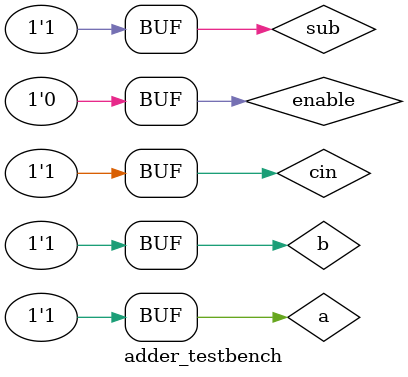
<source format=sv>
`timescale 1ns/10ps

module adder(a, b, cin, cout, out, sub, enable);
	input logic a, b, cin, sub, enable;
	output logic cout, out;
	
	logic temp0, temp1, temp2, temp3, temp4, temp_b;
	
	xor #(50ps) XOR0 (temp_b, b, sub);
	
	
	//out is 1 if abc = 111 or only one of a, b, and c is one
	xor #(50ps) XOR2 (temp0, a, temp_b, cin);
	and #(50ps) ENABLE1 (out, temp0, enable);
	//cout is one if at least 2 of abc = 1
	and #(50ps) AND1 (temp1, a, temp_b);
	and #(50ps) AND2 (temp2, temp_b,cin);
	and #(50ps) AND3 (temp3, cin, a);
	or #(50ps) OR1 (temp4, temp1, temp2, temp3);
	and #(50ps) ENABLE2 (cout, temp4, enable);
	
endmodule 

module adder_testbench();
	logic a, b, cin, sub, cout, out, enable;
	
	adder dut (.a, .b, .cin, .cout, .out, .sub, .enable);
	
	initial begin
		enable = 1;
		
		sub = 0; cin = 0; a = 0; b = 0; #10;
		sub = 0; cin = 0; a = 0; b = 1; #10;
		sub = 0; cin = 0; a = 1; b = 0; #10;
		sub = 0; cin = 0; a = 1; b = 1; #10;
		sub = 0; cin = 1; a = 0; b = 0; #10;
		sub = 0; cin = 1; a = 0; b = 1; #10;
		sub = 0; cin = 1; a = 1; b = 0; #10;
		sub = 0; cin = 1; a = 1; b = 1; #10;
		
		sub = 1; cin = 0; a = 0; b = 0; #10;
		sub = 1; cin = 0; a = 0; b = 1; #10;
		sub = 1; cin = 0; a = 1; b = 0; #10;
		sub = 1; cin = 0; a = 1; b = 1; #10;
		sub = 1; cin = 1; a = 0; b = 0; #10;
		sub = 1; cin = 1; a = 0; b = 1; #10;
		sub = 1; cin = 1; a = 1; b = 0; #10;
		sub = 1; cin = 1; a = 1; b = 1; #10;
		
		
		
		
		enable = 0;
		
		sub = 0; cin = 0; a = 0; b = 0; #10;
		sub = 0; cin = 0; a = 0; b = 1; #10;
		sub = 0; cin = 0; a = 1; b = 0; #10;
		sub = 0; cin = 0; a = 1; b = 1; #10;
		sub = 0; cin = 1; a = 0; b = 0; #10;
		sub = 0; cin = 1; a = 0; b = 1; #10;
		sub = 0; cin = 1; a = 1; b = 0; #10;
		sub = 0; cin = 1; a = 1; b = 1; #10;
		
		sub = 1; cin = 0; a = 0; b = 0; #10;
		sub = 1; cin = 0; a = 0; b = 1; #10;
		sub = 1; cin = 0; a = 1; b = 0; #10;
		sub = 1; cin = 0; a = 1; b = 1; #10;
		sub = 1; cin = 1; a = 0; b = 0; #10;
		sub = 1; cin = 1; a = 0; b = 1; #10;
		sub = 1; cin = 1; a = 1; b = 0; #10;
		sub = 1; cin = 1; a = 1; b = 1; #10;
		
	 
	
	end
	
endmodule 
</source>
